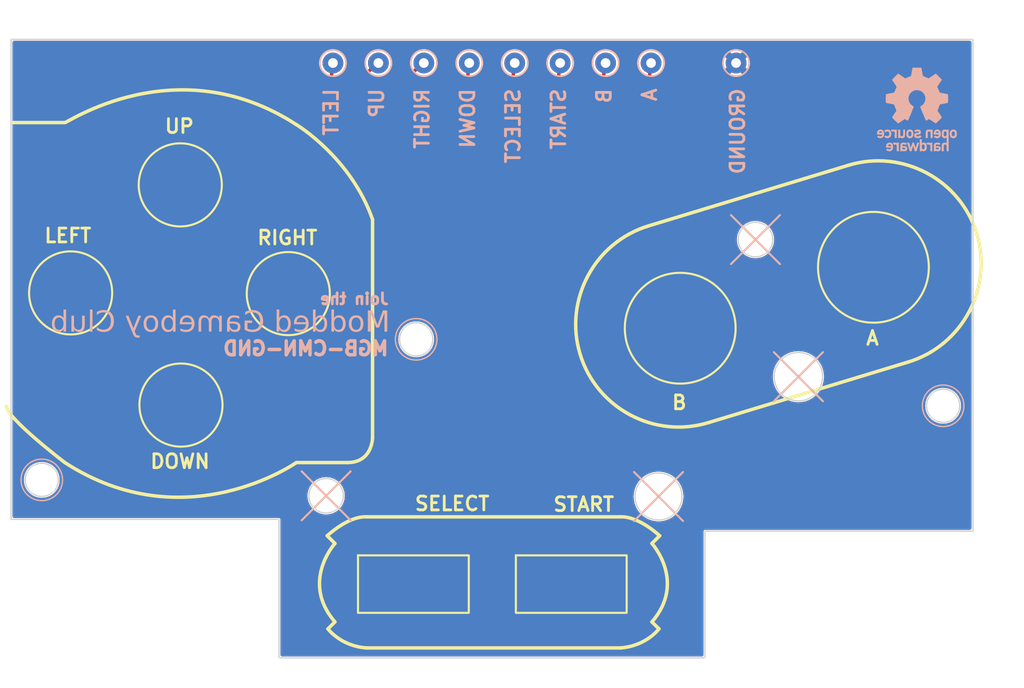
<source format=kicad_pcb>
(kicad_pcb (version 20240108) (generator "pcbnew") (generator_version "8.0")
  (layers (0 "F.Cu" signal) (31 "B.Cu" signal) (34 "B.Paste" user) (35 "F.Paste" user) (36 "B.SilkS" user "B.Silkscreen") (37 "F.SilkS" user "F.Silkscreen") (38 "B.Mask" user) (39 "F.Mask" user) (44 "Edge.Cuts" user))
  (net 0 "")
  (net 1 "GND")
  (net 2 "/UP")
  (net 3 "/A")
  (net 4 "/LEFT")
  (net 5 "/RIGHT")
  (net 6 "/B")
  (net 7 "/DOWN")
  (net 8 "/SELECT")
  (net 9 "/START")
  (footprint "Pocket_directional:Dpad MGB" (layer "F.Cu") (at 123.75 102.65)
    (property "Reference" "SW6" (hide yes))
    (property "Value" "DOWN")
  )
  (footprint "Pocket_directional:AB MGB" (layer "F.Cu") (at 173.75 95.7)
    (property "Reference" "SW2" (hide yes))
    (property "Value" "A")
  )
  (footprint "Pocket_directional:Dpad MGB" (layer "F.Cu") (at 120.768893 99.776769 -90)
    (property "Reference" "SW3" (hide yes))
    (property "Value" "LEFT")
  )
  (footprint "Pocket_directional:Dpad MGB" (layer "F.Cu") (at 126.673231 99.718893 90)
    (property "Reference" "SW4" (hide yes))
    (property "Value" "RIGHT")
  )
  (footprint "Pocket_directional:Start MGB" (layer "F.Cu") (at 152.15 116.5)
    (property "Reference" "SW8" (hide yes))
    (property "Value" "START")
  )
  (footprint "Pocket_directional:Dpad MGB" (layer "F.Cu") (at 123.692124 96.945662 180)
    (property "Reference" "SW1" (hide yes))
    (property "Value" "UP")
  )
  (footprint "Pocket_directional:Select MGB" (layer "F.Cu") (at 140.6 116.55)
    (property "Reference" "SW7" (hide yes))
    (property "Value" "SELECT")
  )
  (footprint "Pocket_directional:AB MGB" (layer "F.Cu") (at 159.781451 100.154706)
    (property "Reference" "SW5" (hide yes))
    (property "Value" "B")
  )
  (footprint "TestPoint:TestPoint_THTPad_D1.5mm_Drill0.7mm" (layer "B.Cu") (at 154.428125 83.15 180)
    (property "Reference" "TP6" (hide yes))
    (property "Value" "B")
  )
  (footprint "TestPoint:TestPoint_THTPad_D1.5mm_Drill0.7mm" (layer "B.Cu") (at 157.709375 83.15 180)
    (property "Reference" "TP3" (hide yes))
    (property "Value" "A")
  )
  (footprint "TestPoint:TestPoint_THTPad_D1.5mm_Drill0.7mm" (layer "B.Cu") (at 141.303125 83.15 180)
    (property "Reference" "TP5" (hide yes))
    (property "Value" "RIGHT")
  )
  (footprint "TestPoint:TestPoint_THTPad_D1.5mm_Drill0.7mm" (layer "B.Cu") (at 138.021875 83.15 180)
    (property "Reference" "TP1" (hide yes))
    (property "Value" "UP")
  )
  (footprint "TestPoint:TestPoint_THTPad_D1.5mm_Drill0.7mm" (layer "B.Cu") (at 147.865625 83.15 180)
    (property "Reference" "TP8" (hide yes))
    (property "Value" "SELECT")
  )
  (footprint "TestPoint:TestPoint_THTPad_D1.5mm_Drill0.7mm" (layer "B.Cu") (at 134.740625 83.15 180)
    (property "Reference" "TP4" (hide yes))
    (property "Value" "LEFT")
  )
  (footprint "TestPoint:TestPoint_THTPad_D1.5mm_Drill0.7mm" (layer "B.Cu") (at 144.584375 83.15 180)
    (property "Reference" "TP7" (hide yes))
    (property "Value" "DOWN")
  )
  (footprint "Symbol:OSHW-Logo_5.7x6mm_SilkScreen" (layer "B.Cu") (at 176.916667 86.5 180)
    (property "Reference" "REF**" (hide yes))
    (property "Value" "OSHW-Logo_5.7x6mm_SilkScreen" (hide yes))
  )
  (footprint "TestPoint:TestPoint_THTPad_D1.5mm_Drill0.7mm" (layer "B.Cu") (at 151.146875 83.15 180)
    (property "Reference" "TP9" (hide yes))
    (property "Value" "START")
  )
  (footprint "TestPoint:TestPoint_THTPad_D1.5mm_Drill0.7mm" (layer "B.Cu") (at 163.85 83.15 180)
    (property "Reference" "TP2" (hide yes))
    (property "Value" "GND")
  )
  (gr_line (start 168.35 105.8) (end 166.582233 104.032233) (stroke (width 0.15)) (layer "B.SilkS"))
  (gr_circle (center 178.8 107.9) (end 180.3 107.9) (stroke (width 0.1)) (fill none) (layer "B.SilkS"))
  (gr_line (start 158.25 114.45) (end 160.017767 116.217767) (stroke (width 0.15)) (layer "B.SilkS"))
  (gr_line (start 158.25 114.45) (end 160.017767 112.682233) (stroke (width 0.15)) (layer "B.SilkS"))
  (gr_circle (center 113.716667 113.25) (end 115.216667 113.25) (stroke (width 0.1)) (fill none) (layer "B.SilkS"))
  (gr_line (start 165.25 95.9) (end 167.017767 94.132233) (stroke (width 0.15)) (layer "B.SilkS"))
  (gr_line (start 165.25 95.9) (end 167.017767 97.667767) (stroke (width 0.15)) (layer "B.SilkS"))
  (gr_line (start 168.35 105.8) (end 170.117767 104.032233) (stroke (width 0.15)) (layer "B.SilkS"))
  (gr_circle (center 140.75 103.1) (end 142.25 103.1) (stroke (width 0.1)) (fill none) (layer "B.SilkS"))
  (gr_line (start 134.25 114.4) (end 132.482233 112.632233) (stroke (width 0.15)) (layer "B.SilkS"))
  (gr_line (start 134.25 114.4) (end 136.017767 116.167767) (stroke (width 0.15)) (layer "B.SilkS"))
  (gr_line (start 134.25 114.4) (end 132.482233 116.167767) (stroke (width 0.15)) (layer "B.SilkS"))
  (gr_line (start 165.25 95.9) (end 163.482233 97.667767) (stroke (width 0.15)) (layer "B.SilkS"))
  (gr_line (start 168.35 105.8) (end 170.117767 107.567767) (stroke (width 0.15)) (layer "B.SilkS"))
  (gr_line (start 134.25 114.4) (end 136.017767 112.632233) (stroke (width 0.15)) (layer "B.SilkS"))
  (gr_line (start 158.25 114.45) (end 156.482233 116.217767) (stroke (width 0.15)) (layer "B.SilkS"))
  (gr_line (start 165.25 95.9) (end 163.482233 94.132233) (stroke (width 0.15)) (layer "B.SilkS"))
  (gr_line (start 168.35 105.8) (end 166.582233 107.567767) (stroke (width 0.15)) (layer "B.SilkS"))
  (gr_line (start 158.25 114.45) (end 156.482233 112.682233) (stroke (width 0.15)) (layer "B.SilkS"))
  (gr_curve (pts (xy 132.1 87.597664) (xy 132.1 87.597664) (xy 136.03673 89.970488) (xy 137.600637 94.446497)) (stroke (width 0.25)) (layer "F.SilkS"))
  (gr_circle (center 173.766667 97.9) (end 176.166667 94.7) (stroke (width 0.15)) (fill none) (layer "F.SilkS"))
  (gr_circle (center 159.816667 102.3) (end 162.216667 99.1) (stroke (width 0.15)) (fill none) (layer "F.SilkS"))
  (gr_circle (center 115.8 99.75) (end 118.8 99.75) (stroke (width 0.15)) (fill none) (layer "F.SilkS"))
  (gr_curve (pts (xy 134.378416 124.009621) (xy 134.378416 124.009621) (xy 135.288448 125.24322) (xy 137.148957 125.384781)) (stroke (width 0.25)) (layer "F.SilkS"))
  (gr_line (start 176.280657 104.740363) (end 161.846024 109.119045) (stroke (width 0.25)) (layer "F.SilkS"))
  (gr_curve (pts (xy 171.970219 90.530699) (xy 175.877873 89.34533) (xy 180.044892 91.572653) (xy 181.230261 95.480307)) (stroke (width 0.25)) (layer "F.SilkS"))
  (gr_curve (pts (xy 132.1 112) (xy 132.1 112) (xy 124.064756 117.635456) (xy 115.382378 112)) (stroke (width 0.25)) (layer "F.SilkS"))
  (gr_curve (pts (xy 157.774647 123.504048) (xy 160.282291 120.612169) (xy 157.774647 117.841628) (xy 157.774647 117.841628)) (stroke (width 0.25)) (layer "F.SilkS"))
  (gr_curve (pts (xy 155.509679 125.384781) (xy 157.370189 125.24322) (xy 158.280221 124.009621) (xy 158.280221 124.009621)) (stroke (width 0.25)) (layer "F.SilkS"))
  (gr_rect (start 136.55 118.7) (end 144.55 122.85) (stroke (width 0.15)) (fill none) (layer "F.SilkS"))
  (gr_line (start 134.327859 117.285497) (end 134.883989 117.841628) (stroke (width 0.25)) (layer "F.SilkS"))
  (gr_curve (pts (xy 152.585978 104.169422) (xy 151.400608 100.261768) (xy 153.627932 96.094749) (xy 157.535586 94.90938)) (stroke (width 0.25)) (layer "F.SilkS"))
  (gr_curve (pts (xy 158.330778 117.285497) (xy 158.330778 117.285497) (xy 156.82417 115.859781) (xy 155.509679 115.920449)) (stroke (width 0.25)) (layer "F.SilkS"))
  (gr_curve (pts (xy 181.230265 95.480321) (xy 182.415635 99.387975) (xy 180.188311 103.554994) (xy 176.280657 104.740363)) (stroke (width 0.25)) (layer "F.SilkS"))
  (gr_line (start 137.600637 94.446497) (end 137.600637 110.193418) (stroke (width 0.25)) (layer "F.SilkS"))
  (gr_rect (start 147.95 118.7) (end 155.95 122.85) (stroke (width 0.15)) (fill none) (layer "F.SilkS"))
  (gr_line (start 157.535586 94.90938) (end 171.970219 90.530699) (stroke (width 0.25)) (layer "F.SilkS"))
  (gr_curve (pts (xy 161.846024 109.119045) (xy 157.93837 110.304414) (xy 153.771351 108.07709) (xy 152.585982 104.169436)) (stroke (width 0.25)) (layer "F.SilkS"))
  (gr_line (start 155.509679 115.920449) (end 137.148957 115.920449) (stroke (width 0.25)) (layer "F.SilkS"))
  (gr_circle (center 123.716667 91.95) (end 126.716667 91.95) (stroke (width 0.15)) (fill none) (layer "F.SilkS"))
  (gr_curve (pts (xy 137.148957 115.920449) (xy 135.834467 115.859781) (xy 134.327859 117.285497) (xy 134.327859 117.285497)) (stroke (width 0.25)) (layer "F.SilkS"))
  (gr_line (start 158.280221 124.009621) (end 157.774647 123.504048) (stroke (width 0.25)) (layer "F.SilkS"))
  (gr_circle (center 123.766667 107.85) (end 126.766667 107.85) (stroke (width 0.15)) (fill none) (layer "F.SilkS"))
  (gr_curve (pts (xy 134.883989 117.841628) (xy 134.883989 117.841628) (xy 132.376346 120.612169) (xy 134.883989 123.504048)) (stroke (width 0.25)) (layer "F.SilkS"))
  (gr_line (start 157.774647 117.841628) (end 158.330778 117.285497) (stroke (width 0.25)) (layer "F.SilkS"))
  (gr_line (start 134.883989 123.504048) (end 134.378416 124.009621) (stroke (width 0.25)) (layer "F.SilkS"))
  (gr_line (start 135.794055 112) (end 132.1 112) (stroke (width 0.25)) (layer "F.SilkS"))
  (gr_curve (pts (xy 115.382378 87.45) (xy 115.382378 87.6) (xy 123.417622 81.964544) (xy 132.1 87.6)) (stroke (width 0.25)) (layer "F.SilkS"))
  (gr_circle (center 131.516667 99.8) (end 134.516667 99.8) (stroke (width 0.15)) (fill none) (layer "F.SilkS"))
  (gr_curve (pts (xy 115.382378 112) (xy 115.382378 112) (xy 111.168418 108.791295) (xy 111.168418 107.92845)) (stroke (width 0.25)) (layer "F.SilkS"))
  (gr_line (start 115.35 87.45) (end 111.655945 87.45) (stroke (width 0.25)) (layer "F.SilkS"))
  (gr_line (start 137.148957 125.384781) (end 155.509679 125.384781) (stroke (width 0.25)) (layer "F.SilkS"))
  (gr_curve (pts (xy 137.600637 110.193418) (xy 137.600637 110.193418) (xy 137.600637 112) (xy 135.794055 112)) (stroke (width 0.25)) (layer "F.SilkS"))
  (gr_line (start 111.5 81.45) (end 111.5 88.55) (stroke (width 0.1)) (layer "Edge.Cuts"))
  (gr_circle (center 178.8 107.9) (end 178.8 106.7) (stroke (width 0.1)) (fill none) (layer "Edge.Cuts"))
  (gr_circle (center 158.25 114.45) (end 158.25 112.75) (stroke (width 0.1)) (fill none) (layer "Edge.Cuts"))
  (gr_circle (center 165.25 95.9) (end 165.25 94.65) (stroke (width 0.1)) (fill none) (layer "Edge.Cuts"))
  (gr_line (start 161.6 116.95) (end 161.6 126.1) (stroke (width 0.1)) (layer "Edge.Cuts"))
  (gr_line (start 111.5 88.55) (end 111.5 91.1) (stroke (width 0.1)) (layer "Edge.Cuts"))
  (gr_line (start 180.95 116.95) (end 161.6 116.95) (stroke (width 0.1)) (layer "Edge.Cuts"))
  (gr_line (start 111.5 116.1) (end 130.85 116.1) (stroke (width 0.1)) (layer "Edge.Cuts"))
  (gr_line (start 111.5 91.1) (end 111.5 116.1) (stroke (width 0.1)) (layer "Edge.Cuts"))
  (gr_circle (center 134.25 114.4) (end 134.25 113.15) (stroke (width 0.1)) (fill none) (layer "Edge.Cuts"))
  (gr_circle (center 140.75 103.1) (end 140.75 101.9) (stroke (width 0.1)) (fill none) (layer "Edge.Cuts"))
  (gr_line (start 130.85 116.1) (end 130.85 126.1) (stroke (width 0.1)) (layer "Edge.Cuts"))
  (gr_line (start 130.85 126.1) (end 161.6 126.1) (stroke (width 0.1)) (layer "Edge.Cuts"))
  (gr_line (start 111.5 81.45) (end 180.95 81.45) (stroke (width 0.1)) (layer "Edge.Cuts"))
  (gr_line (start 180.95 81.45) (end 180.95 116.95) (stroke (width 0.1)) (layer "Edge.Cuts"))
  (gr_circle (center 113.716667 113.25) (end 113.716667 112.05) (stroke (width 0.1)) (fill none) (layer "Edge.Cuts"))
  (gr_circle (center 168.35 105.8) (end 168.35 104.05) (stroke (width 0.1)) (fill none) (layer "Edge.Cuts"))
  (gr_text "B" (at 154.9 84.9 90) (layer "B.SilkS") (effects (font (size 1 1) (thickness 0.2) (bold yes)) (justify left bottom mirror)))
  (gr_text "Join the" (at 138.866667 100.65 0) (layer "B.SilkS") (effects (font (size 0.8 0.8) (thickness 0.2) (bold yes)) (justify left bottom mirror)))
  (gr_text "UP" (at 138.48143 84.9 90) (layer "B.SilkS") (effects (font (size 1 1) (thickness 0.2) (bold yes)) (justify left bottom mirror)))
  (gr_text "DOWN" (at 145.048858 84.9 90) (layer "B.SilkS") (effects (font (size 1 1) (thickness 0.2) (bold yes)) (justify left bottom mirror)))
  (gr_text "LEFT" (at 135.197716 84.9 90) (layer "B.SilkS") (effects (font (size 1 1) (thickness 0.2) (bold yes)) (justify left bottom mirror)))
  (gr_text "MGB-CMN-GND" (at 138.866667 104.35 0) (layer "B.SilkS") (effects (font (size 1 1) (thickness 0.25) (bold yes)) (justify left bottom mirror)))
  (gr_text "RIGHT" (at 141.765144 84.9 90) (layer "B.SilkS") (effects (font (size 1 1) (thickness 0.2) (bold yes)) (justify left bottom mirror)))
  (gr_text "A" (at 158.183716 84.883048 90) (layer "B.SilkS") (effects (font (size 1 1) (thickness 0.2) (bold yes)) (justify left bottom mirror)))
  (gr_text "START" (at 151.616286 84.9 90) (layer "B.SilkS") (effects (font (size 1 1) (thickness 0.2) (bold yes)) (justify left bottom mirror)))
  (gr_text "Modded Gameboy Club" (at 138.866667 102.8 0) (layer "B.SilkS") (effects (font (size 1.5 1.5)) (justify left bottom mirror)))
  (gr_text "SELECT" (at 148.332572 84.9 90) (layer "B.SilkS") (effects (font (size 1 1) (thickness 0.2) (bold yes)) (justify left bottom mirror)))
  (gr_text "GROUND" (at 164.541667 84.883048 90) (layer "B.SilkS") (effects (font (size 1 1) (thickness 0.2) (bold yes)) (justify left bottom mirror)))
  (gr_text "B" (at 159.116667 108.25 0) (layer "F.SilkS") (effects (font (size 1 1) (thickness 0.2) (bold yes)) (justify left bottom)))
  (gr_text "UP" (at 122.492858 88.3 0) (layer "F.SilkS") (effects (font (size 1 1) (thickness 0.2) (bold yes)) (justify left bottom)))
  (gr_text "START" (at 150.55 115.6 0) (layer "F.SilkS") (effects (font (size 1 1) (thickness 0.2) (bold yes)) (justify left bottom)))
  (gr_text "SELECT" (at 140.55 115.55 0) (layer "F.SilkS") (effects (font (size 1 1) (thickness 0.2) (bold yes)) (justify left bottom)))
  (gr_text "DOWN" (at 121.44762 112.5 0) (layer "F.SilkS") (effects (font (size 1 1) (thickness 0.2) (bold yes)) (justify left bottom)))
  (gr_text "RIGHT" (at 129.17381 96.35 0) (layer "F.SilkS") (effects (font (size 1 1) (thickness 0.2) (bold yes)) (justify left bottom)))
  (gr_text "A" (at 173.138096 103.6 0) (layer "F.SilkS") (effects (font (size 1 1) (thickness 0.2) (bold yes)) (justify left bottom)))
  (gr_text "LEFT" (at 113.8 96.2 0) (layer "F.SilkS") (effects (font (size 1 1) (thickness 0.2) (bold yes)) (justify left bottom)))
  (segment (start 159.05 102.55) (end 159.05 105.5) (width 0.25) (layer "F.Cu") (net 1))
  (segment (start 175.176946 100.6) (end 175.95 99.826946) (width 0.25) (layer "F.Cu") (net 1))
  (segment (start 159.35 105.8) (end 161.35 105.8) (width 0.25) (layer "F.Cu") (net 1))
  (segment (start 173.018549 98.095294) (end 173.018549 100.368549) (width 0.25) (layer "F.Cu") (net 1))
  (segment (start 161.981451 105.168549) (end 161.981451 102.454706) (width 0.25) (layer "F.Cu") (net 1))
  (segment (start 159.05 105.5) (end 159.35 105.8) (width 0.25) (layer "F.Cu") (net 1))
  (segment (start 173.018549 100.368549) (end 173.25 100.6) (width 0.25) (layer "F.Cu") (net 1))
  (segment (start 173.25 100.6) (end 175.176946 100.6) (width 0.25) (layer "F.Cu") (net 1))
  (segment (start 161.35 105.8) (end 161.981451 105.168549) (width 0.25) (layer "F.Cu") (net 1))
  (segment (start 175.95 99.826946) (end 175.95 98) (width 0.25) (layer "F.Cu") (net 1))
  (segment (start 130.079338 90.995662) (end 137.925 83.15) (width 0.25) (layer "F.Cu") (net 2))
  (segment (start 124.892124 90.995662) (end 130.079338 90.995662) (width 0.25) (layer "F.Cu") (net 2))
  (segment (start 174.35 94.95) (end 173.55 94.15) (width 0.25) (layer "F.Cu") (net 3))
  (segment (start 169.05 95.2) (end 166.2 92.35) (width 0.25) (layer "F.Cu") (net 3))
  (segment (start 174.35 97.6) (end 174.35 94.95) (width 0.25) (layer "F.Cu") (net 3))
  (segment (start 159.2 92.2875) (end 157.6125 90.7) (width 0.25) (layer "F.Cu") (net 3))
  (segment (start 157.6125 90.7) (end 157.6125 83.15) (width 0.25) (layer "F.Cu") (net 3))
  (segment (start 166.2 92.35) (end 159.2 92.35) (width 0.25) (layer "F.Cu") (net 3))
  (segment (start 171.3 95.2) (end 169.05 95.2) (width 0.25) (layer "F.Cu") (net 3))
  (segment (start 171.3 95.2) (end 171.3 98) (width 0.25) (layer "F.Cu") (net 3))
  (segment (start 159.2 92.35) (end 159.2 92.2875) (width 0.25) (layer "F.Cu") (net 3))
  (segment (start 173.55 94.15) (end 172.35 94.15) (width 0.25) (layer "F.Cu") (net 3))
  (segment (start 172.35 94.15) (end 171.3 95.2) (width 0.25) (layer "F.Cu") (net 3))
  (segment (start 114.818893 93.231107) (end 120.15 87.9) (width 0.25) (layer "F.Cu") (net 4))
  (segment (start 120.15 87.9) (end 131.45 87.9) (width 0.25) (layer "F.Cu") (net 4))
  (segment (start 131.45 87.9) (end 134.64375 84.70625) (width 0.25) (layer "F.Cu") (net 4))
  (segment (start 134.64375 84.70625) (end 134.64375 83.15) (width 0.25) (layer "F.Cu") (net 4))
  (segment (start 114.818893 98.576769) (end 114.818893 93.231107) (width 0.25) (layer "F.Cu") (net 4))
  (segment (start 132.523231 98.668893) (end 132.523231 91.833019) (width 0.25) (layer "F.Cu") (net 5))
  (segment (start 132.523231 91.833019) (end 141.20625 83.15) (width 0.25) (layer "F.Cu") (net 5))
  (segment (start 157.8 99.7) (end 159.9 99.7) (width 0.25) (layer "F.Cu") (net 6))
  (segment (start 154.3 96.2) (end 154.3 83.18125) (width 0.25) (layer "F.Cu") (net 6))
  (segment (start 157.331451 100.168549) (end 157.8 99.7) (width 0.25) (layer "F.Cu") (net 6))
  (segment (start 157.8 99.7) (end 154.3 96.2) (width 0.25) (layer "F.Cu") (net 6))
  (segment (start 160.381451 100.181451) (end 160.381451 102.054706) (width 0.25) (layer "F.Cu") (net 6))
  (segment (start 159.9 99.7) (end 160.381451 100.181451) (width 0.25) (layer "F.Cu") (net 6))
  (segment (start 157.331451 102.454706) (end 157.331451 100.168549) (width 0.25) (layer "F.Cu") (net 6))
  (segment (start 154.3 83.18125) (end 154.33125 83.15) (width 0.25) (layer "F.Cu") (net 6))
  (segment (start 124.8 108.5) (end 129.3 108.5) (width 0.25) (layer "F.Cu") (net 7))
  (segment (start 144.4875 93.3125) (end 144.4875 83.15) (width 0.25) (layer "F.Cu") (net 7))
  (segment (start 129.3 108.5) (end 144.4875 93.3125) (width 0.25) (layer "F.Cu") (net 7))
  (segment (start 143.65 118.75) (end 143.65 119.546323) (width 0.25) (layer "F.Cu") (net 8))
  (segment (start 140.25 118.05) (end 140.25 109.1) (width 0.25) (layer "F.Cu") (net 8))
  (segment (start 139.9 119.5) (end 139.9 118.4) (width 0.25) (layer "F.Cu") (net 8))
  (segment (start 137.75 121.65) (end 139.9 119.5) (width 0.25) (layer "F.Cu") (net 8))
  (segment (start 140.25 118.05) (end 142.95 118.05) (width 0.25) (layer "F.Cu") (net 8))
  (segment (start 140.25 109.1) (end 147.76875 101.58125) (width 0.25) (layer "F.Cu") (net 8))
  (segment (start 139.9 118.4) (end 140.25 118.05) (width 0.25) (layer "F.Cu") (net 8))
  (segment (start 142.95 118.05) (end 143.65 118.75) (width 0.25) (layer "F.Cu") (net 8))
  (segment (start 143.65 119.546323) (end 141.473161 121.723162) (width 0.25) (layer "F.Cu") (net 8))
  (segment (start 147.76875 101.58125) (end 147.76875 83.15) (width 0.25) (layer "F.Cu") (net 8))
  (segment (start 149.05 123) (end 149.4 123.35) (width 0.25) (layer "F.Cu") (net 9))
  (segment (start 149.4 123.35) (end 152.5 123.35) (width 0.25) (layer "F.Cu") (net 9))
  (segment (start 152.5 123.35) (end 152.85 123) (width 0.25) (layer "F.Cu") (net 9))
  (segment (start 154.9 119.85) (end 154.9 118.6) (width 0.25) (layer "F.Cu") (net 9))
  (segment (start 154.5 118.2) (end 151.25 118.2) (width 0.25) (layer "F.Cu") (net 9))
  (segment (start 151.05 120.1) (end 152.85 121.9) (width 0.25) (layer "F.Cu") (net 9))
  (segment (start 154.9 118.6) (end 154.5 118.2) (width 0.25) (layer "F.Cu") (net 9))
  (segment (start 149.05 121.8) (end 149.05 123) (width 0.25) (layer "F.Cu") (net 9))
  (segment (start 151.25 118.2) (end 151.05 118.4) (width 0.25) (layer "F.Cu") (net 9))
  (segment (start 151.05 118.4) (end 151.05 120.1) (width 0.25) (layer "F.Cu") (net 9))
  (segment (start 151.05 118.4) (end 151.05 83.15) (width 0.25) (layer "F.Cu") (net 9))
  (segment (start 152.85 123) (end 152.85 121.9) (width 0.25) (layer "F.Cu") (net 9))
  (zone (net 1) (net_name "GND") (layers "F&B.Cu") (connect_pads (clearance 0.2)) (min_thickness 0.25) (fill yes (thermal_gap 0.2) (thermal_bridge_width 0.5))
    (polygon (pts (xy 110.7 79.8) (xy 110.7 123.7) (xy 115.3 128.3) (xy 173.7 128.3) (xy 184.65 117.35) (xy 184.65 80.35) (xy 182.9 78.6) (xy 111.9 78.6)))
  )
)
</source>
